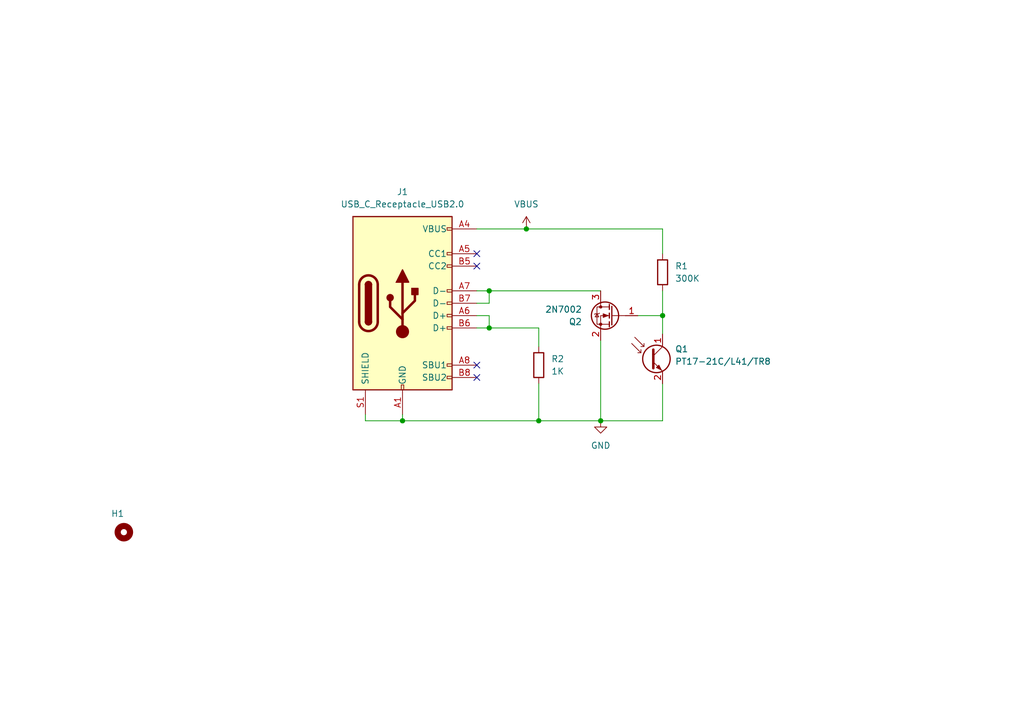
<source format=kicad_sch>
(kicad_sch (version 20230121) (generator eeschema)
  (paper "A5")
  (lib_symbols
    (symbol "Connector:USB_C_Receptacle_USB2.0" (pin_names (offset 1.016))
      (property "Reference" "J" (at -10.16 19.05 0))
      (property "Value" "USB_C_Receptacle_USB2.0" (at 19.05 19.05 0))
      (symbol "USB_C_Receptacle_USB2.0_0_0"
        (rectangle (start -0.254 -17.78) (end 0.254 -16.764))
        (rectangle (start 10.16 -14.986) (end 9.144 -15.494))
        (rectangle (start 10.16 -12.446) (end 9.144 -12.954))
        (rectangle (start 10.16 -4.826) (end 9.144 -5.334))
        (rectangle (start 10.16 -2.286) (end 9.144 -2.794))
        (rectangle (start 10.16 0.254) (end 9.144 -0.254))
        (rectangle (start 10.16 2.794) (end 9.144 2.286))
        (rectangle (start 10.16 7.874) (end 9.144 7.366))
        (rectangle (start 10.16 10.414) (end 9.144 9.906))
        (rectangle (start 10.16 15.494) (end 9.144 14.986))
      )
      (symbol "USB_C_Receptacle_USB2.0_0_1"
        (rectangle (start -10.16 17.78) (end 10.16 -17.78) (stroke (width 0.254)) (fill (type background)))
        (arc (start -8.89 -3.81) (mid -6.985 -5.7067) (end -5.08 -3.81) (stroke (width 0.508)))
        (arc (start -7.62 -3.81) (mid -6.985 -4.4423) (end -6.35 -3.81) (stroke (width 0.254)))
        (arc (start -7.62 -3.81) (mid -6.985 -4.4423) (end -6.35 -3.81) (stroke (width 0.254)) (fill (type outline)))
        (rectangle (start -7.62 -3.81) (end -6.35 3.81) (stroke (width 0.254)) (fill (type outline)))
        (arc (start -6.35 3.81) (mid -6.985 4.4423) (end -7.62 3.81) (stroke (width 0.254)))
        (arc (start -6.35 3.81) (mid -6.985 4.4423) (end -7.62 3.81) (stroke (width 0.254)) (fill (type outline)))
        (arc (start -5.08 3.81) (mid -6.985 5.7067) (end -8.89 3.81) (stroke (width 0.508)))
        (circle (center -2.54 1.143) (radius 0.635) (stroke (width 0.254)) (fill (type outline)))
        (circle (center 0 -5.842) (radius 1.27) (fill (type outline)))
        (polyline (pts (xy -8.89 -3.81) (xy -8.89 3.81)) (stroke (width 0.508)))
        (polyline (pts (xy -5.08 3.81) (xy -5.08 -3.81)) (stroke (width 0.508)))
        (polyline (pts (xy 0 -5.842) (xy 0 4.318)) (stroke (width 0.508)))
        (polyline (pts (xy 0 -3.302) (xy -2.54 -0.762) (xy -2.54 0.508)) (stroke (width 0.508)))
        (polyline (pts (xy 0 -2.032) (xy 2.54 0.508) (xy 2.54 1.778)) (stroke (width 0.508)))
        (polyline (pts (xy -1.27 4.318) (xy 0 6.858) (xy 1.27 4.318) (xy -1.27 4.318)) (stroke (width 0.254)) (fill (type outline)))
        (rectangle (start 1.905 1.778) (end 3.175 3.048) (stroke (width 0.254)) (fill (type outline)))
      )
      (symbol "USB_C_Receptacle_USB2.0_1_1"
        (pin passive line (at 0 -22.86 90) (length 5.08) (name "GND") (number "A1"))
        (pin passive line (at 0 -22.86 90) (length 5.08) hide (name "GND") (number "A12"))
        (pin passive line (at 15.24 15.24 180) (length 5.08) (name "VBUS") (number "A4"))
        (pin bidirectional line (at 15.24 10.16 180) (length 5.08) (name "CC1") (number "A5"))
        (pin bidirectional line (at 15.24 -2.54 180) (length 5.08) (name "D+") (number "A6"))
        (pin bidirectional line (at 15.24 2.54 180) (length 5.08) (name "D-") (number "A7"))
        (pin bidirectional line (at 15.24 -12.7 180) (length 5.08) (name "SBU1") (number "A8"))
        (pin passive line (at 15.24 15.24 180) (length 5.08) hide (name "VBUS") (number "A9"))
        (pin passive line (at 0 -22.86 90) (length 5.08) hide (name "GND") (number "B1"))
        (pin passive line (at 0 -22.86 90) (length 5.08) hide (name "GND") (number "B12"))
        (pin passive line (at 15.24 15.24 180) (length 5.08) hide (name "VBUS") (number "B4"))
        (pin bidirectional line (at 15.24 7.62 180) (length 5.08) (name "CC2") (number "B5"))
        (pin bidirectional line (at 15.24 -5.08 180) (length 5.08) (name "D+") (number "B6"))
        (pin bidirectional line (at 15.24 0 180) (length 5.08) (name "D-") (number "B7"))
        (pin bidirectional line (at 15.24 -15.24 180) (length 5.08) (name "SBU2") (number "B8"))
        (pin passive line (at 15.24 15.24 180) (length 5.08) hide (name "VBUS") (number "B9"))
        (pin passive line (at -7.62 -22.86 90) (length 5.08) (name "SHIELD") (number "S1"))
      )
    )
    (symbol "Device:Q_Photo_NPN" (pin_names (offset 0) hide)
      (property "Reference" "Q" (at 5.08 1.27 0))
      (property "Value" "Q_Photo_NPN" (at 5.08 -1.27 0))
      (symbol "Q_Photo_NPN_0_1"
        (polyline (pts (xy -1.905 1.27) (xy -2.54 1.27)))
        (polyline (pts (xy -1.27 2.54) (xy -1.905 2.54)))
        (polyline (pts (xy 0.635 0.635) (xy 2.54 2.54)))
        (polyline (pts (xy -3.81 3.175) (xy -1.905 1.27) (xy -1.905 1.905)))
        (polyline (pts (xy -3.175 4.445) (xy -1.27 2.54) (xy -1.27 3.175)))
        (polyline (pts (xy 0.635 -0.635) (xy 2.54 -2.54) (xy 2.54 -2.54)))
        (polyline (pts (xy 0.635 1.905) (xy 0.635 -1.905) (xy 0.635 -1.905)) (stroke (width 0.508)))
        (polyline (pts (xy 1.27 -1.778) (xy 1.778 -1.27) (xy 2.286 -2.286) (xy 1.27 -1.778) (xy 1.27 -1.778)) (fill (type outline)))
        (circle (center 1.27 0) (radius 2.8194) (stroke (width 0.254)))
      )
      (symbol "Q_Photo_NPN_1_1"
        (pin passive line (at 2.54 5.08 270) (length 2.54) (name "C") (number "1"))
        (pin passive line (at 2.54 -5.08 90) (length 2.54) (name "E") (number "2"))
      )
    )
    (symbol "Device:R" (pin_numbers hide) (pin_names (offset 0))
      (property "Reference" "R" (at 2.032 0 90))
      (property "Value" "R" (at 0 0 90))
      (symbol "R_0_1"
        (rectangle (start -1.016 -2.54) (end 1.016 2.54) (stroke (width 0.254)))
      )
      (symbol "R_1_1"
        (pin passive line (at 0 3.81 270) (length 1.27) (name "~") (number "1"))
        (pin passive line (at 0 -3.81 90) (length 1.27) (name "~") (number "2"))
      )
    )
    (symbol "Mechanical:MountingHole" (pin_names (offset 1.016))
      (property "Reference" "H" (at 0 5.08 0))
      (property "Value" "MountingHole" (at 0 3.175 0))
      (symbol "MountingHole_0_1"
        (circle (center 0 0) (radius 1.27) (stroke (width 1.27)))
      )
    )
    (symbol "Transistor_FET:2N7002" (pin_names hide)
      (property "Reference" "Q" (at 5.08 1.905 0))
      (property "Value" "2N7002" (at 5.08 0 0))
      (symbol "2N7002_0_1"
        (polyline (pts (xy 0.254 0) (xy -2.54 0)))
        (polyline (pts (xy 0.254 1.905) (xy 0.254 -1.905)) (stroke (width 0.254)))
        (polyline (pts (xy 0.762 -1.27) (xy 0.762 -2.286)) (stroke (width 0.254)))
        (polyline (pts (xy 0.762 0.508) (xy 0.762 -0.508)) (stroke (width 0.254)))
        (polyline (pts (xy 0.762 2.286) (xy 0.762 1.27)) (stroke (width 0.254)))
        (polyline (pts (xy 2.54 2.54) (xy 2.54 1.778)))
        (polyline (pts (xy 2.54 -2.54) (xy 2.54 0) (xy 0.762 0)))
        (polyline (pts (xy 0.762 -1.778) (xy 3.302 -1.778) (xy 3.302 1.778) (xy 0.762 1.778)))
        (polyline (pts (xy 1.016 0) (xy 2.032 0.381) (xy 2.032 -0.381) (xy 1.016 0)) (fill (type outline)))
        (polyline (pts (xy 2.794 0.508) (xy 2.921 0.381) (xy 3.683 0.381) (xy 3.81 0.254)))
        (polyline (pts (xy 3.302 0.381) (xy 2.921 -0.254) (xy 3.683 -0.254) (xy 3.302 0.381)))
        (circle (center 1.651 0) (radius 2.794) (stroke (width 0.254)))
        (circle (center 2.54 -1.778) (radius 0.254) (fill (type outline)))
        (circle (center 2.54 1.778) (radius 0.254) (fill (type outline)))
      )
      (symbol "2N7002_1_1"
        (pin input line (at -5.08 0 0) (length 2.54) (name "G") (number "1"))
        (pin passive line (at 2.54 -5.08 90) (length 2.54) (name "S") (number "2"))
        (pin passive line (at 2.54 5.08 270) (length 2.54) (name "D") (number "3"))
      )
    )
    (symbol "power:GND" (power) (pin_names (offset 0))
      (property "Value" "GND" (at 0 -3.81 0))
      (symbol "GND_0_1"
        (polyline (pts (xy 0 0) (xy 0 -1.27) (xy 1.27 -1.27) (xy 0 -2.54) (xy -1.27 -1.27) (xy 0 -1.27)))
      )
      (symbol "GND_1_1"
        (pin power_in line (at 0 0 270) (length 0) hide (name "GND") (number "1"))
      )
    )
    (symbol "power:VBUS" (power) (pin_names (offset 0))
      (property "Value" "VBUS" (at 0 3.81 0))
      (symbol "VBUS_0_1"
        (polyline (pts (xy -0.762 1.27) (xy 0 2.54)))
        (polyline (pts (xy 0 0) (xy 0 2.54)))
        (polyline (pts (xy 0 2.54) (xy 0.762 1.27)))
      )
      (symbol "VBUS_1_1"
        (pin power_in line (at 0 0 90) (length 0) hide (name "VBUS") (number "1"))
      )
    )
  )
  (junction (at 135.89 64.77))
  (junction (at 100.33 67.31))
  (junction (at 110.49 86.36))
  (junction (at 100.33 59.69))
  (junction (at 123.19 86.36))
  (junction (at 107.95 46.99))
  (junction (at 82.55 86.36))
  (no_connect (at 97.79 77.47))
  (no_connect (at 97.79 74.93))
  (no_connect (at 97.79 52.07))
  (no_connect (at 97.79 54.61))
  (wire (pts (xy 110.49 78.74) (xy 110.49 86.36)))
  (wire (pts (xy 82.55 86.36) (xy 110.49 86.36)))
  (wire (pts (xy 74.93 85.09) (xy 74.93 86.36)))
  (wire (pts (xy 97.79 59.69) (xy 100.33 59.69)))
  (wire (pts (xy 107.95 46.99) (xy 135.89 46.99)))
  (wire (pts (xy 123.19 69.85) (xy 123.19 86.36)))
  (wire (pts (xy 97.79 62.23) (xy 100.33 62.23)))
  (wire (pts (xy 135.89 59.69) (xy 135.89 64.77)))
  (wire (pts (xy 110.49 67.31) (xy 100.33 67.31)))
  (wire (pts (xy 100.33 67.31) (xy 97.79 67.31)))
  (wire (pts (xy 130.81 64.77) (xy 135.89 64.77)))
  (wire (pts (xy 97.79 64.77) (xy 100.33 64.77)))
  (wire (pts (xy 135.89 64.77) (xy 135.89 68.58)))
  (wire (pts (xy 82.55 85.09) (xy 82.55 86.36)))
  (wire (pts (xy 110.49 86.36) (xy 123.19 86.36)))
  (wire (pts (xy 100.33 59.69) (xy 123.19 59.69)))
  (wire (pts (xy 74.93 86.36) (xy 82.55 86.36)))
  (wire (pts (xy 100.33 62.23) (xy 100.33 59.69)))
  (wire (pts (xy 97.79 46.99) (xy 107.95 46.99)))
  (wire (pts (xy 135.89 78.74) (xy 135.89 86.36)))
  (wire (pts (xy 110.49 71.12) (xy 110.49 67.31)))
  (wire (pts (xy 100.33 64.77) (xy 100.33 67.31)))
  (wire (pts (xy 123.19 86.36) (xy 135.89 86.36)))
  (wire (pts (xy 135.89 46.99) (xy 135.89 52.07)))
  (symbol (lib_id "power:GND") (at 123.19 86.36 0) (unit 1)
    (property "Reference" "#PWR01" (effects hide))
    (property "Value" "GND" (at 123.19 91.44 0))
  )
  (symbol (lib_id "Connector:USB_C_Receptacle_USB2.0") (at 82.55 62.23 0) (unit 1)
    (property "Reference" "J1" (at 82.55 39.37 0))
    (property "Value" "USB_C_Receptacle_USB2.0" (at 82.55 41.91 0))
    (property "Footprint" "Connector_USB:USB_C_Receptacle_G-Switch_GT-USB-7010ASV" (effects hide))
    (property "Datasheet" "https://www.usb.org/sites/default/files/documents/usb_type-c.zip" (effects hide))
  )
  (symbol (lib_id "Device:Q_Photo_NPN") (at 133.35 73.66 0) (unit 1)
    (property "Reference" "Q1" (at 138.43 71.6407 0) (effects (justify left)))
    (property "Value" "PT17-21C/L41/TR8" (at 138.43 74.1807 0) (effects (justify left)))
    (property "Footprint" "LED_SMD:LED_0805_2012Metric" (effects hide))
    (property "Datasheet" "https://datasheet.lcsc.com/lcsc/1810010213_Everlight-Elec-PT17-21C-L41-TR8_C100090.pdf" (effects hide))
  )
  (symbol (lib_id "Mechanical:MountingHole") (at 25.4 109.22 90) (unit 1) (in_bom no)
    (property "Reference" "H1" (at 24.13 105.41 90))
    (property "Value" "MountingHole" (effects hide))
    (property "Footprint" "MountingHole:MountingHole_2.2mm_M2_ISO7380" (effects hide))
  )
  (symbol (lib_id "power:VBUS") (at 107.95 46.99 0) (unit 1)
    (property "Reference" "#PWR02" (effects hide))
    (property "Value" "VBUS" (at 107.95 41.91 0))
  )
  (symbol (lib_id "Device:R") (at 135.89 55.88 180) (unit 1)
    (property "Reference" "R1" (at 138.43 54.61 0) (effects (justify right)))
    (property "Value" "300K" (at 138.43 57.15 0) (effects (justify right)))
    (property "Footprint" "Resistor_SMD:R_0603_1608Metric" (effects hide))
  )
  (symbol (lib_id "Transistor_FET:2N7002") (at 125.73 64.77 0) (mirror y) (unit 1)
    (property "Reference" "Q2" (at 119.38 66.04 0) (effects (justify left)))
    (property "Value" "2N7002" (at 119.38 63.5 0) (effects (justify left)))
    (property "Footprint" "Package_TO_SOT_SMD:SOT-23" (effects hide))
    (property "Datasheet" "https://www.onsemi.com/pub/Collateral/NDS7002A-D.PDF" (effects hide))
  )
  (symbol (lib_id "Device:R") (at 110.49 74.93 180) (unit 1)
    (property "Reference" "R2" (at 113.03 73.66 0) (effects (justify right)))
    (property "Value" "1K" (at 113.03 76.2 0) (effects (justify right)))
    (property "Footprint" "Resistor_SMD:R_0603_1608Metric" (effects hide))
  )
)
</source>
